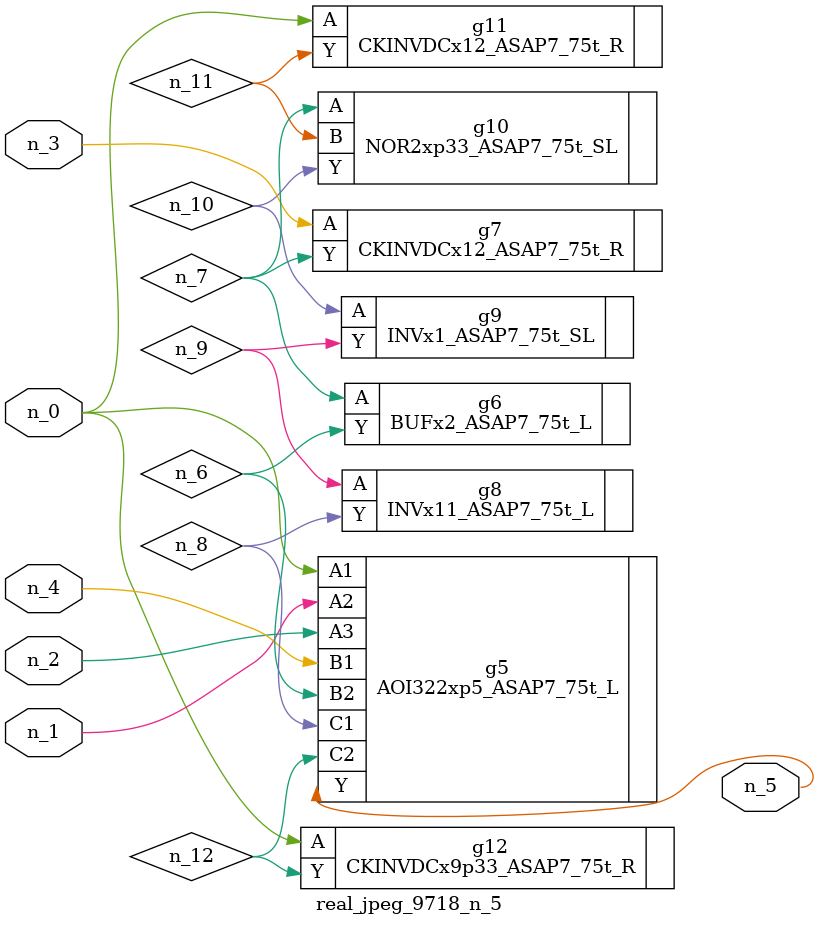
<source format=v>
module real_jpeg_9718_n_5 (n_4, n_0, n_1, n_2, n_3, n_5);

input n_4;
input n_0;
input n_1;
input n_2;
input n_3;

output n_5;

wire n_12;
wire n_8;
wire n_11;
wire n_6;
wire n_7;
wire n_10;
wire n_9;

AOI322xp5_ASAP7_75t_L g5 ( 
.A1(n_0),
.A2(n_1),
.A3(n_2),
.B1(n_4),
.B2(n_6),
.C1(n_8),
.C2(n_12),
.Y(n_5)
);

CKINVDCx12_ASAP7_75t_R g11 ( 
.A(n_0),
.Y(n_11)
);

CKINVDCx9p33_ASAP7_75t_R g12 ( 
.A(n_0),
.Y(n_12)
);

CKINVDCx12_ASAP7_75t_R g7 ( 
.A(n_3),
.Y(n_7)
);

BUFx2_ASAP7_75t_L g6 ( 
.A(n_7),
.Y(n_6)
);

NOR2xp33_ASAP7_75t_SL g10 ( 
.A(n_7),
.B(n_11),
.Y(n_10)
);

INVx11_ASAP7_75t_L g8 ( 
.A(n_9),
.Y(n_8)
);

INVx1_ASAP7_75t_SL g9 ( 
.A(n_10),
.Y(n_9)
);


endmodule
</source>
